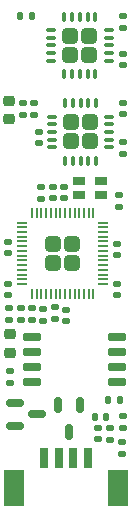
<source format=gbr>
%TF.GenerationSoftware,KiCad,Pcbnew,8.0.0*%
%TF.CreationDate,2025-08-09T21:47:33-07:00*%
%TF.ProjectId,it sure is getting hot in here,69742073-7572-4652-9069-732067657474,rev?*%
%TF.SameCoordinates,Original*%
%TF.FileFunction,Paste,Top*%
%TF.FilePolarity,Positive*%
%FSLAX46Y46*%
G04 Gerber Fmt 4.6, Leading zero omitted, Abs format (unit mm)*
G04 Created by KiCad (PCBNEW 8.0.0) date 2025-08-09 21:47:33*
%MOMM*%
%LPD*%
G01*
G04 APERTURE LIST*
G04 Aperture macros list*
%AMRoundRect*
0 Rectangle with rounded corners*
0 $1 Rounding radius*
0 $2 $3 $4 $5 $6 $7 $8 $9 X,Y pos of 4 corners*
0 Add a 4 corners polygon primitive as box body*
4,1,4,$2,$3,$4,$5,$6,$7,$8,$9,$2,$3,0*
0 Add four circle primitives for the rounded corners*
1,1,$1+$1,$2,$3*
1,1,$1+$1,$4,$5*
1,1,$1+$1,$6,$7*
1,1,$1+$1,$8,$9*
0 Add four rect primitives between the rounded corners*
20,1,$1+$1,$2,$3,$4,$5,0*
20,1,$1+$1,$4,$5,$6,$7,0*
20,1,$1+$1,$6,$7,$8,$9,0*
20,1,$1+$1,$8,$9,$2,$3,0*%
G04 Aperture macros list end*
%ADD10RoundRect,0.218750X-0.256250X0.218750X-0.256250X-0.218750X0.256250X-0.218750X0.256250X0.218750X0*%
%ADD11RoundRect,0.218750X0.256250X-0.218750X0.256250X0.218750X-0.256250X0.218750X-0.256250X-0.218750X0*%
%ADD12RoundRect,0.250000X-0.405000X0.405000X-0.405000X-0.405000X0.405000X-0.405000X0.405000X0.405000X0*%
%ADD13RoundRect,0.075000X-0.075000X0.337500X-0.075000X-0.337500X0.075000X-0.337500X0.075000X0.337500X0*%
%ADD14RoundRect,0.075000X-0.337500X0.075000X-0.337500X-0.075000X0.337500X-0.075000X0.337500X0.075000X0*%
%ADD15RoundRect,0.135000X-0.185000X0.135000X-0.185000X-0.135000X0.185000X-0.135000X0.185000X0.135000X0*%
%ADD16RoundRect,0.140000X-0.170000X0.140000X-0.170000X-0.140000X0.170000X-0.140000X0.170000X0.140000X0*%
%ADD17RoundRect,0.140000X-0.140000X-0.170000X0.140000X-0.170000X0.140000X0.170000X-0.140000X0.170000X0*%
%ADD18RoundRect,0.150000X0.650000X0.150000X-0.650000X0.150000X-0.650000X-0.150000X0.650000X-0.150000X0*%
%ADD19R,0.800000X1.800000*%
%ADD20R,1.800000X3.100000*%
%ADD21R,1.000000X0.800000*%
%ADD22RoundRect,0.140000X0.170000X-0.140000X0.170000X0.140000X-0.170000X0.140000X-0.170000X-0.140000X0*%
%ADD23RoundRect,0.135000X0.185000X-0.135000X0.185000X0.135000X-0.185000X0.135000X-0.185000X-0.135000X0*%
%ADD24RoundRect,0.150000X-0.150000X0.512500X-0.150000X-0.512500X0.150000X-0.512500X0.150000X0.512500X0*%
%ADD25RoundRect,0.150000X-0.587500X-0.150000X0.587500X-0.150000X0.587500X0.150000X-0.587500X0.150000X0*%
%ADD26RoundRect,0.135000X-0.135000X-0.185000X0.135000X-0.185000X0.135000X0.185000X-0.135000X0.185000X0*%
%ADD27RoundRect,0.140000X0.140000X0.170000X-0.140000X0.170000X-0.140000X-0.170000X0.140000X-0.170000X0*%
%ADD28RoundRect,0.249999X0.395001X0.395001X-0.395001X0.395001X-0.395001X-0.395001X0.395001X-0.395001X0*%
%ADD29RoundRect,0.050000X0.387500X0.050000X-0.387500X0.050000X-0.387500X-0.050000X0.387500X-0.050000X0*%
%ADD30RoundRect,0.050000X0.050000X0.387500X-0.050000X0.387500X-0.050000X-0.387500X0.050000X-0.387500X0*%
G04 APERTURE END LIST*
D10*
%TO.C,D3*%
X705800Y34431700D03*
X705800Y32856700D03*
%TD*%
D11*
%TO.C,D1*%
X805800Y13106700D03*
X805800Y14681700D03*
%TD*%
D12*
%TO.C,U1*%
X7528300Y39929200D03*
X5908300Y39929200D03*
X7528300Y38309200D03*
X5908300Y38309200D03*
D13*
X8018300Y41556700D03*
X7368300Y41556700D03*
X6718300Y41556700D03*
X6068300Y41556700D03*
X5418300Y41556700D03*
D14*
X4280800Y40419200D03*
X4280800Y39769200D03*
X4280800Y39119200D03*
X4280800Y38469200D03*
X4280800Y37819200D03*
D13*
X5418300Y36681700D03*
X6068300Y36681700D03*
X6718300Y36681700D03*
X7368300Y36681700D03*
X8018300Y36681700D03*
D14*
X9155800Y37819200D03*
X9155800Y38469200D03*
X9155800Y39119200D03*
X9155800Y39769200D03*
X9155800Y40419200D03*
%TD*%
D15*
%TO.C,R10*%
X10380800Y41654200D03*
X10380800Y40634200D03*
%TD*%
D16*
%TO.C,C4*%
X10355800Y38399200D03*
X10355800Y37439200D03*
%TD*%
D17*
%TO.C,C3*%
X1675800Y41619200D03*
X2635800Y41619200D03*
%TD*%
D18*
%TO.C,U5*%
X9830800Y10591800D03*
X9830800Y11861800D03*
X9830800Y13131800D03*
X9830800Y14401800D03*
X2630800Y14401800D03*
X2630800Y13131800D03*
X2630800Y11861800D03*
X2630800Y10591800D03*
%TD*%
D19*
%TO.C,C1000*%
X3675800Y4166700D03*
X4935800Y4166700D03*
X6175800Y4166700D03*
X7425800Y4166700D03*
D20*
X1125800Y1626700D03*
X9985800Y1626700D03*
%TD*%
D21*
%TO.C,X1*%
X8469200Y27676400D03*
X6669200Y27676400D03*
X6669200Y26476400D03*
X8469200Y26476400D03*
%TD*%
D16*
%TO.C,C21*%
X660400Y22501800D03*
X660400Y21541800D03*
%TD*%
%TO.C,C9*%
X10405800Y30924200D03*
X10405800Y29964200D03*
%TD*%
D22*
%TO.C,C8*%
X10363200Y33327400D03*
X10363200Y34287400D03*
%TD*%
D23*
%TO.C,R7*%
X9255800Y5734200D03*
X9255800Y6754200D03*
%TD*%
D22*
%TO.C,C10*%
X4419600Y26164600D03*
X4419600Y27124600D03*
%TD*%
D16*
%TO.C,C15*%
X1705800Y16874200D03*
X1705800Y15914200D03*
%TD*%
D12*
%TO.C,U3*%
X7590800Y32616700D03*
X5970800Y32616700D03*
X7590800Y30996700D03*
X5970800Y30996700D03*
D13*
X8080800Y34244200D03*
X7430800Y34244200D03*
X6780800Y34244200D03*
X6130800Y34244200D03*
X5480800Y34244200D03*
D14*
X4343300Y33106700D03*
X4343300Y32456700D03*
X4343300Y31806700D03*
X4343300Y31156700D03*
X4343300Y30506700D03*
D13*
X5480800Y29369200D03*
X6130800Y29369200D03*
X6780800Y29369200D03*
X7430800Y29369200D03*
X8080800Y29369200D03*
D14*
X9218300Y30506700D03*
X9218300Y31156700D03*
X9218300Y31806700D03*
X9218300Y32456700D03*
X9218300Y33106700D03*
%TD*%
D16*
%TO.C,C22*%
X635000Y18920400D03*
X635000Y17960400D03*
%TD*%
D15*
%TO.C,R5*%
X3632200Y16816800D03*
X3632200Y15796800D03*
%TD*%
D22*
%TO.C,C12*%
X787400Y10569000D03*
X787400Y11529000D03*
%TD*%
D16*
%TO.C,C19*%
X9880600Y22324000D03*
X9880600Y21364000D03*
%TD*%
D24*
%TO.C,U2*%
X6755300Y8706700D03*
X4855300Y8706700D03*
X5805300Y6431700D03*
%TD*%
D25*
%TO.C,Q2*%
X1230800Y8844200D03*
X1230800Y6944200D03*
X3105800Y7894200D03*
%TD*%
D16*
%TO.C,C14*%
X10033000Y26438800D03*
X10033000Y25478800D03*
%TD*%
%TO.C,C18*%
X5537200Y16761400D03*
X5537200Y15801400D03*
%TD*%
D26*
%TO.C,R3*%
X9065800Y9118600D03*
X10085800Y9118600D03*
%TD*%
D15*
%TO.C,R6*%
X3454400Y27154600D03*
X3454400Y26134600D03*
%TD*%
D16*
%TO.C,C2*%
X10255800Y5509200D03*
X10255800Y4549200D03*
%TD*%
D27*
%TO.C,C16*%
X8963600Y7670800D03*
X8003600Y7670800D03*
%TD*%
D23*
%TO.C,R8*%
X10330800Y6703600D03*
X10330800Y7723600D03*
%TD*%
D28*
%TO.C,U6*%
X6070400Y20726600D03*
X6070400Y22326600D03*
X4470400Y20726600D03*
X4470400Y22326600D03*
D29*
X8707900Y18926600D03*
X8707900Y19326600D03*
X8707900Y19726600D03*
X8707900Y20126600D03*
X8707900Y20526600D03*
X8707900Y20926600D03*
X8707900Y21326600D03*
X8707900Y21726600D03*
X8707900Y22126600D03*
X8707900Y22526600D03*
X8707900Y22926600D03*
X8707900Y23326600D03*
X8707900Y23726600D03*
X8707900Y24126600D03*
D30*
X7870400Y24964100D03*
X7470400Y24964100D03*
X7070400Y24964100D03*
X6670400Y24964100D03*
X6270400Y24964100D03*
X5870400Y24964100D03*
X5470400Y24964100D03*
X5070400Y24964100D03*
X4670400Y24964100D03*
X4270400Y24964100D03*
X3870400Y24964100D03*
X3470400Y24964100D03*
X3070400Y24964100D03*
X2670400Y24964100D03*
D29*
X1832900Y24126600D03*
X1832900Y23726600D03*
X1832900Y23326600D03*
X1832900Y22926600D03*
X1832900Y22526600D03*
X1832900Y22126600D03*
X1832900Y21726600D03*
X1832900Y21326600D03*
X1832900Y20926600D03*
X1832900Y20526600D03*
X1832900Y20126600D03*
X1832900Y19726600D03*
X1832900Y19326600D03*
X1832900Y18926600D03*
D30*
X2670400Y18089100D03*
X3070400Y18089100D03*
X3470400Y18089100D03*
X3870400Y18089100D03*
X4270400Y18089100D03*
X4670400Y18089100D03*
X5070400Y18089100D03*
X5470400Y18089100D03*
X5870400Y18089100D03*
X6270400Y18089100D03*
X6670400Y18089100D03*
X7070400Y18089100D03*
X7470400Y18089100D03*
X7870400Y18089100D03*
%TD*%
D15*
%TO.C,R2*%
X2855800Y34229200D03*
X2855800Y33209200D03*
%TD*%
D16*
%TO.C,C17*%
X9906000Y18920400D03*
X9906000Y17960400D03*
%TD*%
D22*
%TO.C,C20*%
X5384800Y26164600D03*
X5384800Y27124600D03*
%TD*%
D23*
%TO.C,R9*%
X1905800Y33209200D03*
X1905800Y34229200D03*
%TD*%
%TO.C,R4*%
X4597400Y15949200D03*
X4597400Y16969200D03*
%TD*%
D16*
%TO.C,C7*%
X3230800Y31799200D03*
X3230800Y30839200D03*
%TD*%
%TO.C,C13*%
X2655800Y16874200D03*
X2655800Y15914200D03*
%TD*%
D22*
%TO.C,C1*%
X8230800Y5768400D03*
X8230800Y6728400D03*
%TD*%
D23*
%TO.C,R1*%
X755800Y15909200D03*
X755800Y16929200D03*
%TD*%
M02*

</source>
